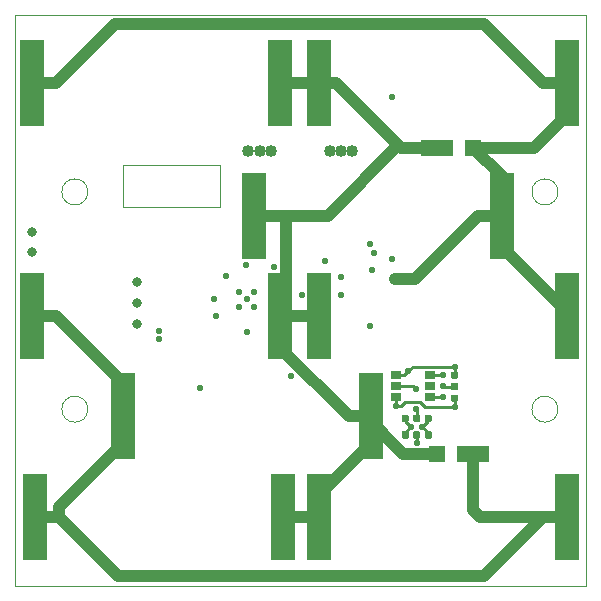
<source format=gbr>
%TF.GenerationSoftware,KiCad,Pcbnew,(5.1.4)-1*%
%TF.CreationDate,2019-10-25T20:37:58-07:00*%
%TF.ProjectId,SolarCellZ_v1,536f6c61-7243-4656-9c6c-5a5f76312e6b,rev?*%
%TF.SameCoordinates,Original*%
%TF.FileFunction,Copper,L1,Top*%
%TF.FilePolarity,Positive*%
%FSLAX46Y46*%
G04 Gerber Fmt 4.6, Leading zero omitted, Abs format (unit mm)*
G04 Created by KiCad (PCBNEW (5.1.4)-1) date 2019-10-25 20:37:58*
%MOMM*%
%LPD*%
G04 APERTURE LIST*
%ADD10C,0.050000*%
%ADD11C,1.016000*%
%ADD12R,0.900000X0.700000*%
%ADD13R,2.000000X7.400000*%
%ADD14R,1.400000X1.400000*%
%ADD15R,2.700000X1.400000*%
%ADD16C,0.100000*%
%ADD17C,0.590000*%
%ADD18C,0.584200*%
%ADD19C,0.800000*%
%ADD20C,1.000000*%
%ADD21C,0.248920*%
%ADD22C,0.228600*%
G04 APERTURE END LIST*
D10*
X99200000Y-52750000D02*
X99200000Y-56250000D01*
X99200000Y-56250000D02*
X107400000Y-56250000D01*
X107400000Y-52750000D02*
X107400000Y-56250000D01*
X99200000Y-52750000D02*
X107400000Y-52750000D01*
X96200000Y-73400000D02*
G75*
G03X96200000Y-73400000I-1100000J0D01*
G01*
X136000000Y-73400000D02*
G75*
G03X136000000Y-73400000I-1100000J0D01*
G01*
X136000000Y-55000000D02*
G75*
G03X136000000Y-55000000I-1100000J0D01*
G01*
X96200000Y-55000000D02*
G75*
G03X96200000Y-55000000I-1100000J0D01*
G01*
X138400000Y-88400000D02*
X90000000Y-88400000D01*
X90000000Y-88400000D02*
X90000000Y-40000000D01*
X138400000Y-40000000D02*
X138400000Y-88400000D01*
X90000000Y-40000000D02*
X138400000Y-40000000D01*
D11*
X116700000Y-51500000D03*
X117650000Y-51500000D03*
X111700000Y-51500000D03*
X110750000Y-51500000D03*
X118600000Y-51500000D03*
X109800000Y-51500000D03*
D12*
X125211500Y-70487500D03*
X125211500Y-71437500D03*
X125211500Y-72387500D03*
X122311500Y-72387500D03*
X122311500Y-71437500D03*
X122311500Y-70487500D03*
D13*
X136750000Y-45750000D03*
X115750000Y-45750000D03*
X91500000Y-45750000D03*
X112500000Y-45750000D03*
X131250000Y-57000000D03*
X110250000Y-57000000D03*
X136750000Y-65500000D03*
X115750000Y-65500000D03*
X112500000Y-65500000D03*
X91500000Y-65500000D03*
X120187000Y-74000000D03*
X99187000Y-74000000D03*
X115750000Y-82500000D03*
X136750000Y-82500000D03*
X112750000Y-82500000D03*
X91750000Y-82500000D03*
D14*
X128850000Y-51250000D03*
D15*
X125800000Y-51250000D03*
D14*
X125785000Y-77152500D03*
D15*
X128835000Y-77152500D03*
D16*
G36*
X124200458Y-73848710D02*
G01*
X124214776Y-73850834D01*
X124228817Y-73854351D01*
X124242446Y-73859228D01*
X124255531Y-73865417D01*
X124267947Y-73872858D01*
X124279573Y-73881481D01*
X124290298Y-73891202D01*
X124300019Y-73901927D01*
X124308642Y-73913553D01*
X124316083Y-73925969D01*
X124322272Y-73939054D01*
X124327149Y-73952683D01*
X124330666Y-73966724D01*
X124332790Y-73981042D01*
X124333500Y-73995500D01*
X124333500Y-74340500D01*
X124332790Y-74354958D01*
X124330666Y-74369276D01*
X124327149Y-74383317D01*
X124322272Y-74396946D01*
X124316083Y-74410031D01*
X124308642Y-74422447D01*
X124300019Y-74434073D01*
X124290298Y-74444798D01*
X124279573Y-74454519D01*
X124267947Y-74463142D01*
X124255531Y-74470583D01*
X124242446Y-74476772D01*
X124228817Y-74481649D01*
X124214776Y-74485166D01*
X124200458Y-74487290D01*
X124186000Y-74488000D01*
X123891000Y-74488000D01*
X123876542Y-74487290D01*
X123862224Y-74485166D01*
X123848183Y-74481649D01*
X123834554Y-74476772D01*
X123821469Y-74470583D01*
X123809053Y-74463142D01*
X123797427Y-74454519D01*
X123786702Y-74444798D01*
X123776981Y-74434073D01*
X123768358Y-74422447D01*
X123760917Y-74410031D01*
X123754728Y-74396946D01*
X123749851Y-74383317D01*
X123746334Y-74369276D01*
X123744210Y-74354958D01*
X123743500Y-74340500D01*
X123743500Y-73995500D01*
X123744210Y-73981042D01*
X123746334Y-73966724D01*
X123749851Y-73952683D01*
X123754728Y-73939054D01*
X123760917Y-73925969D01*
X123768358Y-73913553D01*
X123776981Y-73901927D01*
X123786702Y-73891202D01*
X123797427Y-73881481D01*
X123809053Y-73872858D01*
X123821469Y-73865417D01*
X123834554Y-73859228D01*
X123848183Y-73854351D01*
X123862224Y-73850834D01*
X123876542Y-73848710D01*
X123891000Y-73848000D01*
X124186000Y-73848000D01*
X124200458Y-73848710D01*
X124200458Y-73848710D01*
G37*
D17*
X124038500Y-74168000D03*
D16*
G36*
X125170458Y-73848710D02*
G01*
X125184776Y-73850834D01*
X125198817Y-73854351D01*
X125212446Y-73859228D01*
X125225531Y-73865417D01*
X125237947Y-73872858D01*
X125249573Y-73881481D01*
X125260298Y-73891202D01*
X125270019Y-73901927D01*
X125278642Y-73913553D01*
X125286083Y-73925969D01*
X125292272Y-73939054D01*
X125297149Y-73952683D01*
X125300666Y-73966724D01*
X125302790Y-73981042D01*
X125303500Y-73995500D01*
X125303500Y-74340500D01*
X125302790Y-74354958D01*
X125300666Y-74369276D01*
X125297149Y-74383317D01*
X125292272Y-74396946D01*
X125286083Y-74410031D01*
X125278642Y-74422447D01*
X125270019Y-74434073D01*
X125260298Y-74444798D01*
X125249573Y-74454519D01*
X125237947Y-74463142D01*
X125225531Y-74470583D01*
X125212446Y-74476772D01*
X125198817Y-74481649D01*
X125184776Y-74485166D01*
X125170458Y-74487290D01*
X125156000Y-74488000D01*
X124861000Y-74488000D01*
X124846542Y-74487290D01*
X124832224Y-74485166D01*
X124818183Y-74481649D01*
X124804554Y-74476772D01*
X124791469Y-74470583D01*
X124779053Y-74463142D01*
X124767427Y-74454519D01*
X124756702Y-74444798D01*
X124746981Y-74434073D01*
X124738358Y-74422447D01*
X124730917Y-74410031D01*
X124724728Y-74396946D01*
X124719851Y-74383317D01*
X124716334Y-74369276D01*
X124714210Y-74354958D01*
X124713500Y-74340500D01*
X124713500Y-73995500D01*
X124714210Y-73981042D01*
X124716334Y-73966724D01*
X124719851Y-73952683D01*
X124724728Y-73939054D01*
X124730917Y-73925969D01*
X124738358Y-73913553D01*
X124746981Y-73901927D01*
X124756702Y-73891202D01*
X124767427Y-73881481D01*
X124779053Y-73872858D01*
X124791469Y-73865417D01*
X124804554Y-73859228D01*
X124818183Y-73854351D01*
X124832224Y-73850834D01*
X124846542Y-73848710D01*
X124861000Y-73848000D01*
X125156000Y-73848000D01*
X125170458Y-73848710D01*
X125170458Y-73848710D01*
G37*
D17*
X125008500Y-74168000D03*
D16*
G36*
X123230178Y-73848710D02*
G01*
X123244496Y-73850834D01*
X123258537Y-73854351D01*
X123272166Y-73859228D01*
X123285251Y-73865417D01*
X123297667Y-73872858D01*
X123309293Y-73881481D01*
X123320018Y-73891202D01*
X123329739Y-73901927D01*
X123338362Y-73913553D01*
X123345803Y-73925969D01*
X123351992Y-73939054D01*
X123356869Y-73952683D01*
X123360386Y-73966724D01*
X123362510Y-73981042D01*
X123363220Y-73995500D01*
X123363220Y-74340500D01*
X123362510Y-74354958D01*
X123360386Y-74369276D01*
X123356869Y-74383317D01*
X123351992Y-74396946D01*
X123345803Y-74410031D01*
X123338362Y-74422447D01*
X123329739Y-74434073D01*
X123320018Y-74444798D01*
X123309293Y-74454519D01*
X123297667Y-74463142D01*
X123285251Y-74470583D01*
X123272166Y-74476772D01*
X123258537Y-74481649D01*
X123244496Y-74485166D01*
X123230178Y-74487290D01*
X123215720Y-74488000D01*
X122920720Y-74488000D01*
X122906262Y-74487290D01*
X122891944Y-74485166D01*
X122877903Y-74481649D01*
X122864274Y-74476772D01*
X122851189Y-74470583D01*
X122838773Y-74463142D01*
X122827147Y-74454519D01*
X122816422Y-74444798D01*
X122806701Y-74434073D01*
X122798078Y-74422447D01*
X122790637Y-74410031D01*
X122784448Y-74396946D01*
X122779571Y-74383317D01*
X122776054Y-74369276D01*
X122773930Y-74354958D01*
X122773220Y-74340500D01*
X122773220Y-73995500D01*
X122773930Y-73981042D01*
X122776054Y-73966724D01*
X122779571Y-73952683D01*
X122784448Y-73939054D01*
X122790637Y-73925969D01*
X122798078Y-73913553D01*
X122806701Y-73901927D01*
X122816422Y-73891202D01*
X122827147Y-73881481D01*
X122838773Y-73872858D01*
X122851189Y-73865417D01*
X122864274Y-73859228D01*
X122877903Y-73854351D01*
X122891944Y-73850834D01*
X122906262Y-73848710D01*
X122920720Y-73848000D01*
X123215720Y-73848000D01*
X123230178Y-73848710D01*
X123230178Y-73848710D01*
G37*
D17*
X123068220Y-74168000D03*
D16*
G36*
X124200178Y-73848710D02*
G01*
X124214496Y-73850834D01*
X124228537Y-73854351D01*
X124242166Y-73859228D01*
X124255251Y-73865417D01*
X124267667Y-73872858D01*
X124279293Y-73881481D01*
X124290018Y-73891202D01*
X124299739Y-73901927D01*
X124308362Y-73913553D01*
X124315803Y-73925969D01*
X124321992Y-73939054D01*
X124326869Y-73952683D01*
X124330386Y-73966724D01*
X124332510Y-73981042D01*
X124333220Y-73995500D01*
X124333220Y-74340500D01*
X124332510Y-74354958D01*
X124330386Y-74369276D01*
X124326869Y-74383317D01*
X124321992Y-74396946D01*
X124315803Y-74410031D01*
X124308362Y-74422447D01*
X124299739Y-74434073D01*
X124290018Y-74444798D01*
X124279293Y-74454519D01*
X124267667Y-74463142D01*
X124255251Y-74470583D01*
X124242166Y-74476772D01*
X124228537Y-74481649D01*
X124214496Y-74485166D01*
X124200178Y-74487290D01*
X124185720Y-74488000D01*
X123890720Y-74488000D01*
X123876262Y-74487290D01*
X123861944Y-74485166D01*
X123847903Y-74481649D01*
X123834274Y-74476772D01*
X123821189Y-74470583D01*
X123808773Y-74463142D01*
X123797147Y-74454519D01*
X123786422Y-74444798D01*
X123776701Y-74434073D01*
X123768078Y-74422447D01*
X123760637Y-74410031D01*
X123754448Y-74396946D01*
X123749571Y-74383317D01*
X123746054Y-74369276D01*
X123743930Y-74354958D01*
X123743220Y-74340500D01*
X123743220Y-73995500D01*
X123743930Y-73981042D01*
X123746054Y-73966724D01*
X123749571Y-73952683D01*
X123754448Y-73939054D01*
X123760637Y-73925969D01*
X123768078Y-73913553D01*
X123776701Y-73901927D01*
X123786422Y-73891202D01*
X123797147Y-73881481D01*
X123808773Y-73872858D01*
X123821189Y-73865417D01*
X123834274Y-73859228D01*
X123847903Y-73854351D01*
X123861944Y-73850834D01*
X123876262Y-73848710D01*
X123890720Y-73848000D01*
X124185720Y-73848000D01*
X124200178Y-73848710D01*
X124200178Y-73848710D01*
G37*
D17*
X124038220Y-74168000D03*
D16*
G36*
X124200458Y-75245710D02*
G01*
X124214776Y-75247834D01*
X124228817Y-75251351D01*
X124242446Y-75256228D01*
X124255531Y-75262417D01*
X124267947Y-75269858D01*
X124279573Y-75278481D01*
X124290298Y-75288202D01*
X124300019Y-75298927D01*
X124308642Y-75310553D01*
X124316083Y-75322969D01*
X124322272Y-75336054D01*
X124327149Y-75349683D01*
X124330666Y-75363724D01*
X124332790Y-75378042D01*
X124333500Y-75392500D01*
X124333500Y-75737500D01*
X124332790Y-75751958D01*
X124330666Y-75766276D01*
X124327149Y-75780317D01*
X124322272Y-75793946D01*
X124316083Y-75807031D01*
X124308642Y-75819447D01*
X124300019Y-75831073D01*
X124290298Y-75841798D01*
X124279573Y-75851519D01*
X124267947Y-75860142D01*
X124255531Y-75867583D01*
X124242446Y-75873772D01*
X124228817Y-75878649D01*
X124214776Y-75882166D01*
X124200458Y-75884290D01*
X124186000Y-75885000D01*
X123891000Y-75885000D01*
X123876542Y-75884290D01*
X123862224Y-75882166D01*
X123848183Y-75878649D01*
X123834554Y-75873772D01*
X123821469Y-75867583D01*
X123809053Y-75860142D01*
X123797427Y-75851519D01*
X123786702Y-75841798D01*
X123776981Y-75831073D01*
X123768358Y-75819447D01*
X123760917Y-75807031D01*
X123754728Y-75793946D01*
X123749851Y-75780317D01*
X123746334Y-75766276D01*
X123744210Y-75751958D01*
X123743500Y-75737500D01*
X123743500Y-75392500D01*
X123744210Y-75378042D01*
X123746334Y-75363724D01*
X123749851Y-75349683D01*
X123754728Y-75336054D01*
X123760917Y-75322969D01*
X123768358Y-75310553D01*
X123776981Y-75298927D01*
X123786702Y-75288202D01*
X123797427Y-75278481D01*
X123809053Y-75269858D01*
X123821469Y-75262417D01*
X123834554Y-75256228D01*
X123848183Y-75251351D01*
X123862224Y-75247834D01*
X123876542Y-75245710D01*
X123891000Y-75245000D01*
X124186000Y-75245000D01*
X124200458Y-75245710D01*
X124200458Y-75245710D01*
G37*
D17*
X124038500Y-75565000D03*
D16*
G36*
X125170458Y-75245710D02*
G01*
X125184776Y-75247834D01*
X125198817Y-75251351D01*
X125212446Y-75256228D01*
X125225531Y-75262417D01*
X125237947Y-75269858D01*
X125249573Y-75278481D01*
X125260298Y-75288202D01*
X125270019Y-75298927D01*
X125278642Y-75310553D01*
X125286083Y-75322969D01*
X125292272Y-75336054D01*
X125297149Y-75349683D01*
X125300666Y-75363724D01*
X125302790Y-75378042D01*
X125303500Y-75392500D01*
X125303500Y-75737500D01*
X125302790Y-75751958D01*
X125300666Y-75766276D01*
X125297149Y-75780317D01*
X125292272Y-75793946D01*
X125286083Y-75807031D01*
X125278642Y-75819447D01*
X125270019Y-75831073D01*
X125260298Y-75841798D01*
X125249573Y-75851519D01*
X125237947Y-75860142D01*
X125225531Y-75867583D01*
X125212446Y-75873772D01*
X125198817Y-75878649D01*
X125184776Y-75882166D01*
X125170458Y-75884290D01*
X125156000Y-75885000D01*
X124861000Y-75885000D01*
X124846542Y-75884290D01*
X124832224Y-75882166D01*
X124818183Y-75878649D01*
X124804554Y-75873772D01*
X124791469Y-75867583D01*
X124779053Y-75860142D01*
X124767427Y-75851519D01*
X124756702Y-75841798D01*
X124746981Y-75831073D01*
X124738358Y-75819447D01*
X124730917Y-75807031D01*
X124724728Y-75793946D01*
X124719851Y-75780317D01*
X124716334Y-75766276D01*
X124714210Y-75751958D01*
X124713500Y-75737500D01*
X124713500Y-75392500D01*
X124714210Y-75378042D01*
X124716334Y-75363724D01*
X124719851Y-75349683D01*
X124724728Y-75336054D01*
X124730917Y-75322969D01*
X124738358Y-75310553D01*
X124746981Y-75298927D01*
X124756702Y-75288202D01*
X124767427Y-75278481D01*
X124779053Y-75269858D01*
X124791469Y-75262417D01*
X124804554Y-75256228D01*
X124818183Y-75251351D01*
X124832224Y-75247834D01*
X124846542Y-75245710D01*
X124861000Y-75245000D01*
X125156000Y-75245000D01*
X125170458Y-75245710D01*
X125170458Y-75245710D01*
G37*
D17*
X125008500Y-75565000D03*
D16*
G36*
X123230178Y-75245710D02*
G01*
X123244496Y-75247834D01*
X123258537Y-75251351D01*
X123272166Y-75256228D01*
X123285251Y-75262417D01*
X123297667Y-75269858D01*
X123309293Y-75278481D01*
X123320018Y-75288202D01*
X123329739Y-75298927D01*
X123338362Y-75310553D01*
X123345803Y-75322969D01*
X123351992Y-75336054D01*
X123356869Y-75349683D01*
X123360386Y-75363724D01*
X123362510Y-75378042D01*
X123363220Y-75392500D01*
X123363220Y-75737500D01*
X123362510Y-75751958D01*
X123360386Y-75766276D01*
X123356869Y-75780317D01*
X123351992Y-75793946D01*
X123345803Y-75807031D01*
X123338362Y-75819447D01*
X123329739Y-75831073D01*
X123320018Y-75841798D01*
X123309293Y-75851519D01*
X123297667Y-75860142D01*
X123285251Y-75867583D01*
X123272166Y-75873772D01*
X123258537Y-75878649D01*
X123244496Y-75882166D01*
X123230178Y-75884290D01*
X123215720Y-75885000D01*
X122920720Y-75885000D01*
X122906262Y-75884290D01*
X122891944Y-75882166D01*
X122877903Y-75878649D01*
X122864274Y-75873772D01*
X122851189Y-75867583D01*
X122838773Y-75860142D01*
X122827147Y-75851519D01*
X122816422Y-75841798D01*
X122806701Y-75831073D01*
X122798078Y-75819447D01*
X122790637Y-75807031D01*
X122784448Y-75793946D01*
X122779571Y-75780317D01*
X122776054Y-75766276D01*
X122773930Y-75751958D01*
X122773220Y-75737500D01*
X122773220Y-75392500D01*
X122773930Y-75378042D01*
X122776054Y-75363724D01*
X122779571Y-75349683D01*
X122784448Y-75336054D01*
X122790637Y-75322969D01*
X122798078Y-75310553D01*
X122806701Y-75298927D01*
X122816422Y-75288202D01*
X122827147Y-75278481D01*
X122838773Y-75269858D01*
X122851189Y-75262417D01*
X122864274Y-75256228D01*
X122877903Y-75251351D01*
X122891944Y-75247834D01*
X122906262Y-75245710D01*
X122920720Y-75245000D01*
X123215720Y-75245000D01*
X123230178Y-75245710D01*
X123230178Y-75245710D01*
G37*
D17*
X123068220Y-75565000D03*
D16*
G36*
X124200178Y-75245710D02*
G01*
X124214496Y-75247834D01*
X124228537Y-75251351D01*
X124242166Y-75256228D01*
X124255251Y-75262417D01*
X124267667Y-75269858D01*
X124279293Y-75278481D01*
X124290018Y-75288202D01*
X124299739Y-75298927D01*
X124308362Y-75310553D01*
X124315803Y-75322969D01*
X124321992Y-75336054D01*
X124326869Y-75349683D01*
X124330386Y-75363724D01*
X124332510Y-75378042D01*
X124333220Y-75392500D01*
X124333220Y-75737500D01*
X124332510Y-75751958D01*
X124330386Y-75766276D01*
X124326869Y-75780317D01*
X124321992Y-75793946D01*
X124315803Y-75807031D01*
X124308362Y-75819447D01*
X124299739Y-75831073D01*
X124290018Y-75841798D01*
X124279293Y-75851519D01*
X124267667Y-75860142D01*
X124255251Y-75867583D01*
X124242166Y-75873772D01*
X124228537Y-75878649D01*
X124214496Y-75882166D01*
X124200178Y-75884290D01*
X124185720Y-75885000D01*
X123890720Y-75885000D01*
X123876262Y-75884290D01*
X123861944Y-75882166D01*
X123847903Y-75878649D01*
X123834274Y-75873772D01*
X123821189Y-75867583D01*
X123808773Y-75860142D01*
X123797147Y-75851519D01*
X123786422Y-75841798D01*
X123776701Y-75831073D01*
X123768078Y-75819447D01*
X123760637Y-75807031D01*
X123754448Y-75793946D01*
X123749571Y-75780317D01*
X123746054Y-75766276D01*
X123743930Y-75751958D01*
X123743220Y-75737500D01*
X123743220Y-75392500D01*
X123743930Y-75378042D01*
X123746054Y-75363724D01*
X123749571Y-75349683D01*
X123754448Y-75336054D01*
X123760637Y-75322969D01*
X123768078Y-75310553D01*
X123776701Y-75298927D01*
X123786422Y-75288202D01*
X123797147Y-75278481D01*
X123808773Y-75269858D01*
X123821189Y-75262417D01*
X123834274Y-75256228D01*
X123847903Y-75251351D01*
X123861944Y-75247834D01*
X123876262Y-75245710D01*
X123890720Y-75245000D01*
X124185720Y-75245000D01*
X124200178Y-75245710D01*
X124200178Y-75245710D01*
G37*
D17*
X124038220Y-75565000D03*
D16*
G36*
X127440958Y-71189210D02*
G01*
X127455276Y-71191334D01*
X127469317Y-71194851D01*
X127482946Y-71199728D01*
X127496031Y-71205917D01*
X127508447Y-71213358D01*
X127520073Y-71221981D01*
X127530798Y-71231702D01*
X127540519Y-71242427D01*
X127549142Y-71254053D01*
X127556583Y-71266469D01*
X127562772Y-71279554D01*
X127567649Y-71293183D01*
X127571166Y-71307224D01*
X127573290Y-71321542D01*
X127574000Y-71336000D01*
X127574000Y-71631000D01*
X127573290Y-71645458D01*
X127571166Y-71659776D01*
X127567649Y-71673817D01*
X127562772Y-71687446D01*
X127556583Y-71700531D01*
X127549142Y-71712947D01*
X127540519Y-71724573D01*
X127530798Y-71735298D01*
X127520073Y-71745019D01*
X127508447Y-71753642D01*
X127496031Y-71761083D01*
X127482946Y-71767272D01*
X127469317Y-71772149D01*
X127455276Y-71775666D01*
X127440958Y-71777790D01*
X127426500Y-71778500D01*
X127081500Y-71778500D01*
X127067042Y-71777790D01*
X127052724Y-71775666D01*
X127038683Y-71772149D01*
X127025054Y-71767272D01*
X127011969Y-71761083D01*
X126999553Y-71753642D01*
X126987927Y-71745019D01*
X126977202Y-71735298D01*
X126967481Y-71724573D01*
X126958858Y-71712947D01*
X126951417Y-71700531D01*
X126945228Y-71687446D01*
X126940351Y-71673817D01*
X126936834Y-71659776D01*
X126934710Y-71645458D01*
X126934000Y-71631000D01*
X126934000Y-71336000D01*
X126934710Y-71321542D01*
X126936834Y-71307224D01*
X126940351Y-71293183D01*
X126945228Y-71279554D01*
X126951417Y-71266469D01*
X126958858Y-71254053D01*
X126967481Y-71242427D01*
X126977202Y-71231702D01*
X126987927Y-71221981D01*
X126999553Y-71213358D01*
X127011969Y-71205917D01*
X127025054Y-71199728D01*
X127038683Y-71194851D01*
X127052724Y-71191334D01*
X127067042Y-71189210D01*
X127081500Y-71188500D01*
X127426500Y-71188500D01*
X127440958Y-71189210D01*
X127440958Y-71189210D01*
G37*
D17*
X127254000Y-71483500D03*
D16*
G36*
X127440958Y-72159210D02*
G01*
X127455276Y-72161334D01*
X127469317Y-72164851D01*
X127482946Y-72169728D01*
X127496031Y-72175917D01*
X127508447Y-72183358D01*
X127520073Y-72191981D01*
X127530798Y-72201702D01*
X127540519Y-72212427D01*
X127549142Y-72224053D01*
X127556583Y-72236469D01*
X127562772Y-72249554D01*
X127567649Y-72263183D01*
X127571166Y-72277224D01*
X127573290Y-72291542D01*
X127574000Y-72306000D01*
X127574000Y-72601000D01*
X127573290Y-72615458D01*
X127571166Y-72629776D01*
X127567649Y-72643817D01*
X127562772Y-72657446D01*
X127556583Y-72670531D01*
X127549142Y-72682947D01*
X127540519Y-72694573D01*
X127530798Y-72705298D01*
X127520073Y-72715019D01*
X127508447Y-72723642D01*
X127496031Y-72731083D01*
X127482946Y-72737272D01*
X127469317Y-72742149D01*
X127455276Y-72745666D01*
X127440958Y-72747790D01*
X127426500Y-72748500D01*
X127081500Y-72748500D01*
X127067042Y-72747790D01*
X127052724Y-72745666D01*
X127038683Y-72742149D01*
X127025054Y-72737272D01*
X127011969Y-72731083D01*
X126999553Y-72723642D01*
X126987927Y-72715019D01*
X126977202Y-72705298D01*
X126967481Y-72694573D01*
X126958858Y-72682947D01*
X126951417Y-72670531D01*
X126945228Y-72657446D01*
X126940351Y-72643817D01*
X126936834Y-72629776D01*
X126934710Y-72615458D01*
X126934000Y-72601000D01*
X126934000Y-72306000D01*
X126934710Y-72291542D01*
X126936834Y-72277224D01*
X126940351Y-72263183D01*
X126945228Y-72249554D01*
X126951417Y-72236469D01*
X126958858Y-72224053D01*
X126967481Y-72212427D01*
X126977202Y-72201702D01*
X126987927Y-72191981D01*
X126999553Y-72183358D01*
X127011969Y-72175917D01*
X127025054Y-72169728D01*
X127038683Y-72164851D01*
X127052724Y-72161334D01*
X127067042Y-72159210D01*
X127081500Y-72158500D01*
X127426500Y-72158500D01*
X127440958Y-72159210D01*
X127440958Y-72159210D01*
G37*
D17*
X127254000Y-72453500D03*
D16*
G36*
X127440958Y-70213710D02*
G01*
X127455276Y-70215834D01*
X127469317Y-70219351D01*
X127482946Y-70224228D01*
X127496031Y-70230417D01*
X127508447Y-70237858D01*
X127520073Y-70246481D01*
X127530798Y-70256202D01*
X127540519Y-70266927D01*
X127549142Y-70278553D01*
X127556583Y-70290969D01*
X127562772Y-70304054D01*
X127567649Y-70317683D01*
X127571166Y-70331724D01*
X127573290Y-70346042D01*
X127574000Y-70360500D01*
X127574000Y-70655500D01*
X127573290Y-70669958D01*
X127571166Y-70684276D01*
X127567649Y-70698317D01*
X127562772Y-70711946D01*
X127556583Y-70725031D01*
X127549142Y-70737447D01*
X127540519Y-70749073D01*
X127530798Y-70759798D01*
X127520073Y-70769519D01*
X127508447Y-70778142D01*
X127496031Y-70785583D01*
X127482946Y-70791772D01*
X127469317Y-70796649D01*
X127455276Y-70800166D01*
X127440958Y-70802290D01*
X127426500Y-70803000D01*
X127081500Y-70803000D01*
X127067042Y-70802290D01*
X127052724Y-70800166D01*
X127038683Y-70796649D01*
X127025054Y-70791772D01*
X127011969Y-70785583D01*
X126999553Y-70778142D01*
X126987927Y-70769519D01*
X126977202Y-70759798D01*
X126967481Y-70749073D01*
X126958858Y-70737447D01*
X126951417Y-70725031D01*
X126945228Y-70711946D01*
X126940351Y-70698317D01*
X126936834Y-70684276D01*
X126934710Y-70669958D01*
X126934000Y-70655500D01*
X126934000Y-70360500D01*
X126934710Y-70346042D01*
X126936834Y-70331724D01*
X126940351Y-70317683D01*
X126945228Y-70304054D01*
X126951417Y-70290969D01*
X126958858Y-70278553D01*
X126967481Y-70266927D01*
X126977202Y-70256202D01*
X126987927Y-70246481D01*
X126999553Y-70237858D01*
X127011969Y-70230417D01*
X127025054Y-70224228D01*
X127038683Y-70219351D01*
X127052724Y-70215834D01*
X127067042Y-70213710D01*
X127081500Y-70213000D01*
X127426500Y-70213000D01*
X127440958Y-70213710D01*
X127440958Y-70213710D01*
G37*
D17*
X127254000Y-70508000D03*
D16*
G36*
X127440958Y-71183710D02*
G01*
X127455276Y-71185834D01*
X127469317Y-71189351D01*
X127482946Y-71194228D01*
X127496031Y-71200417D01*
X127508447Y-71207858D01*
X127520073Y-71216481D01*
X127530798Y-71226202D01*
X127540519Y-71236927D01*
X127549142Y-71248553D01*
X127556583Y-71260969D01*
X127562772Y-71274054D01*
X127567649Y-71287683D01*
X127571166Y-71301724D01*
X127573290Y-71316042D01*
X127574000Y-71330500D01*
X127574000Y-71625500D01*
X127573290Y-71639958D01*
X127571166Y-71654276D01*
X127567649Y-71668317D01*
X127562772Y-71681946D01*
X127556583Y-71695031D01*
X127549142Y-71707447D01*
X127540519Y-71719073D01*
X127530798Y-71729798D01*
X127520073Y-71739519D01*
X127508447Y-71748142D01*
X127496031Y-71755583D01*
X127482946Y-71761772D01*
X127469317Y-71766649D01*
X127455276Y-71770166D01*
X127440958Y-71772290D01*
X127426500Y-71773000D01*
X127081500Y-71773000D01*
X127067042Y-71772290D01*
X127052724Y-71770166D01*
X127038683Y-71766649D01*
X127025054Y-71761772D01*
X127011969Y-71755583D01*
X126999553Y-71748142D01*
X126987927Y-71739519D01*
X126977202Y-71729798D01*
X126967481Y-71719073D01*
X126958858Y-71707447D01*
X126951417Y-71695031D01*
X126945228Y-71681946D01*
X126940351Y-71668317D01*
X126936834Y-71654276D01*
X126934710Y-71639958D01*
X126934000Y-71625500D01*
X126934000Y-71330500D01*
X126934710Y-71316042D01*
X126936834Y-71301724D01*
X126940351Y-71287683D01*
X126945228Y-71274054D01*
X126951417Y-71260969D01*
X126958858Y-71248553D01*
X126967481Y-71236927D01*
X126977202Y-71226202D01*
X126987927Y-71216481D01*
X126999553Y-71207858D01*
X127011969Y-71200417D01*
X127025054Y-71194228D01*
X127038683Y-71189351D01*
X127052724Y-71185834D01*
X127067042Y-71183710D01*
X127081500Y-71183000D01*
X127426500Y-71183000D01*
X127440958Y-71183710D01*
X127440958Y-71183710D01*
G37*
D17*
X127254000Y-71478000D03*
D18*
X126301500Y-71437500D03*
X124015500Y-71691500D03*
X120268110Y-61604791D03*
X120078500Y-66357500D03*
X127254000Y-69786500D03*
X123317000Y-70167500D03*
X107032512Y-65473693D03*
X109654340Y-64046100D03*
X113411000Y-70548500D03*
X110253760Y-64708256D03*
X108983760Y-64708256D03*
X110261400Y-63439040D03*
X108983760Y-63463656D03*
X122237500Y-62357000D03*
X123253500Y-62357000D03*
X122301000Y-73088500D03*
X127254000Y-73215500D03*
X126301500Y-70485000D03*
X120111294Y-59382647D03*
X126238000Y-72390000D03*
X120396000Y-60198000D03*
X121920000Y-60706000D03*
X121920000Y-46990000D03*
X124015500Y-73406000D03*
X117602000Y-62166500D03*
X116268500Y-60833000D03*
X109644160Y-66892656D03*
X107886500Y-62103000D03*
X114299990Y-63690500D03*
X124045117Y-76257156D03*
X117602000Y-63690500D03*
X109601000Y-61214000D03*
X111950500Y-61380850D03*
X105664000Y-71628000D03*
X106874656Y-64098656D03*
X102235000Y-67437000D03*
X102235000Y-66802000D03*
D19*
X91440000Y-58420000D03*
X91440000Y-60071000D03*
X100330000Y-64389000D03*
X100330000Y-62611000D03*
X100330000Y-66167000D03*
D18*
X124523500Y-74866500D03*
X123571000Y-74866500D03*
D20*
X112750000Y-82500000D02*
X115750000Y-82500000D01*
X115750000Y-80700000D02*
X115750000Y-82500000D01*
X119750000Y-76700000D02*
X115750000Y-80700000D01*
X115750000Y-65500000D02*
X112500000Y-65500000D01*
X112500000Y-45750000D02*
X115750000Y-45750000D01*
X122750000Y-51250000D02*
X122500000Y-51000000D01*
X125800000Y-51250000D02*
X122750000Y-51250000D01*
X112944500Y-60800000D02*
X112944500Y-65500000D01*
X112944500Y-57250000D02*
X112944500Y-60800000D01*
X116500000Y-57000000D02*
X122500000Y-51000000D01*
X110250000Y-57000000D02*
X116500000Y-57000000D01*
X117250000Y-45750000D02*
X122500000Y-51000000D01*
X115750000Y-45750000D02*
X117250000Y-45750000D01*
X112500000Y-68200000D02*
X112500000Y-65500000D01*
X118300000Y-74000000D02*
X112500000Y-68200000D01*
X119750000Y-74000000D02*
X118300000Y-74000000D01*
X125785000Y-77152500D02*
X122902500Y-77152500D01*
X122902500Y-77152500D02*
X119750000Y-74000000D01*
D21*
X126342000Y-71478000D02*
X126301500Y-71437500D01*
X127254000Y-71478000D02*
X126342000Y-71478000D01*
X123761500Y-71437500D02*
X124015500Y-71691500D01*
X122311500Y-71437500D02*
X123761500Y-71437500D01*
X127254000Y-70508000D02*
X127254000Y-69786500D01*
X123317000Y-70180920D02*
X123317000Y-70167500D01*
X123010420Y-70487500D02*
X123317000Y-70180920D01*
X122311500Y-70487500D02*
X123010420Y-70487500D01*
X123698000Y-69786500D02*
X127254000Y-69786500D01*
X123317000Y-70167500D02*
X123698000Y-69786500D01*
D20*
X93500000Y-45750000D02*
X98500000Y-40750000D01*
X91500000Y-45750000D02*
X93500000Y-45750000D01*
X134750000Y-45750000D02*
X136750000Y-45750000D01*
X129750000Y-40750000D02*
X134750000Y-45750000D01*
X98500000Y-40750000D02*
X129750000Y-40750000D01*
X136750000Y-65450000D02*
X136750000Y-65500000D01*
X131000000Y-57000000D02*
X131000000Y-59700000D01*
X131000000Y-54300000D02*
X131000000Y-57000000D01*
X136750000Y-45750000D02*
X136750000Y-48550000D01*
X136750000Y-48450000D02*
X136750000Y-45750000D01*
X133950000Y-51250000D02*
X136750000Y-48450000D01*
X128850000Y-51250000D02*
X133950000Y-51250000D01*
X131250000Y-53650000D02*
X128850000Y-51250000D01*
X131250000Y-57000000D02*
X131250000Y-53650000D01*
X136750000Y-65200000D02*
X136750000Y-65500000D01*
X131250000Y-59700000D02*
X136750000Y-65200000D01*
X131250000Y-57000000D02*
X131250000Y-59700000D01*
X129250000Y-57000000D02*
X123893000Y-62357000D01*
X131250000Y-57000000D02*
X129250000Y-57000000D01*
X123893000Y-62357000D02*
X122237500Y-62357000D01*
D21*
X122311500Y-72387500D02*
X122311500Y-73078000D01*
X127254000Y-72453500D02*
X127254000Y-73215500D01*
X122301000Y-73088500D02*
X122714091Y-73088500D01*
X124786870Y-73215500D02*
X126840909Y-73215500D01*
X122714091Y-73088500D02*
X123031591Y-72771000D01*
X124342370Y-72771000D02*
X124786870Y-73215500D01*
X123031591Y-72771000D02*
X124342370Y-72771000D01*
X126840909Y-73215500D02*
X127254000Y-73215500D01*
X125211500Y-70487500D02*
X126299000Y-70487500D01*
X126299000Y-70487500D02*
X126301500Y-70485000D01*
X126235500Y-72387500D02*
X126238000Y-72390000D01*
X125211500Y-72387500D02*
X126235500Y-72387500D01*
D22*
X124038220Y-74168000D02*
X124038220Y-73428720D01*
X124038220Y-73428720D02*
X124015500Y-73406000D01*
D20*
X93750000Y-82500000D02*
X98750000Y-87500000D01*
X91750000Y-82500000D02*
X93750000Y-82500000D01*
X129750000Y-87500000D02*
X134750000Y-82500000D01*
X98750000Y-87500000D02*
X129750000Y-87500000D01*
X98750000Y-76700000D02*
X98750000Y-74000000D01*
X93750000Y-81700000D02*
X98750000Y-76700000D01*
X93750000Y-82500000D02*
X93750000Y-81700000D01*
X98750000Y-70750000D02*
X98750000Y-74000000D01*
X93500000Y-65500000D02*
X98750000Y-70750000D01*
X91500000Y-65500000D02*
X93500000Y-65500000D01*
X136750000Y-79800000D02*
X136750000Y-82500000D01*
X134750000Y-82500000D02*
X136750000Y-82500000D01*
X129363000Y-82500000D02*
X134750000Y-82500000D01*
X128835000Y-77152500D02*
X128835000Y-81972000D01*
X128835000Y-81972000D02*
X129363000Y-82500000D01*
D22*
X124038500Y-75565000D02*
X124038500Y-76250539D01*
X124038500Y-76250539D02*
X124045117Y-76257156D01*
D21*
X125008500Y-74168000D02*
X125008500Y-74381500D01*
X125008500Y-74381500D02*
X124523500Y-74866500D01*
X125008500Y-75565000D02*
X125008500Y-75351500D01*
X125008500Y-75351500D02*
X124523500Y-74866500D01*
X123068220Y-75565000D02*
X123068220Y-75369280D01*
X123068220Y-74363720D02*
X123571000Y-74866500D01*
X123068220Y-74168000D02*
X123068220Y-74363720D01*
X123068220Y-75369280D02*
X123571000Y-74866500D01*
M02*

</source>
